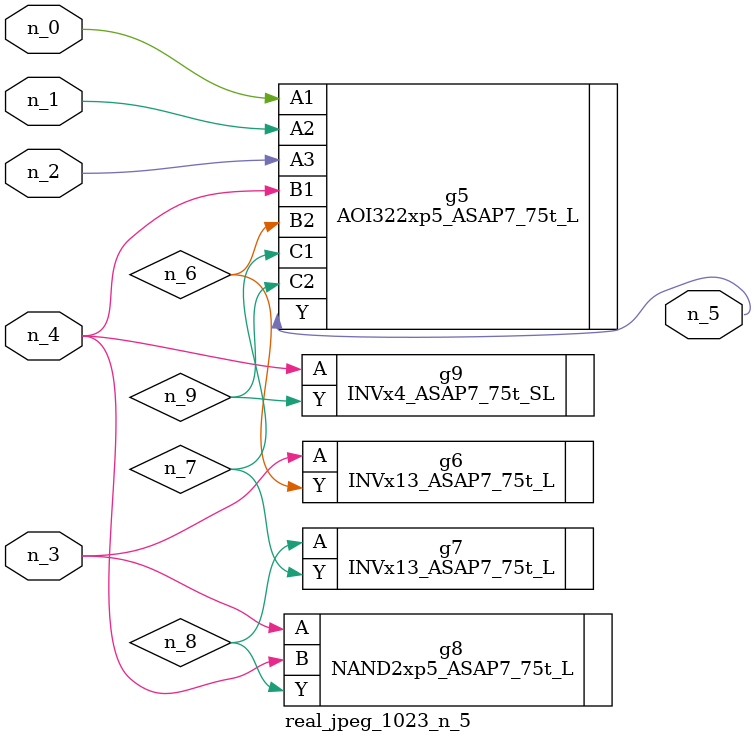
<source format=v>
module real_jpeg_1023_n_5 (n_4, n_0, n_1, n_2, n_3, n_5);

input n_4;
input n_0;
input n_1;
input n_2;
input n_3;

output n_5;

wire n_8;
wire n_6;
wire n_7;
wire n_9;

AOI322xp5_ASAP7_75t_L g5 ( 
.A1(n_0),
.A2(n_1),
.A3(n_2),
.B1(n_4),
.B2(n_6),
.C1(n_7),
.C2(n_9),
.Y(n_5)
);

INVx13_ASAP7_75t_L g6 ( 
.A(n_3),
.Y(n_6)
);

NAND2xp5_ASAP7_75t_L g8 ( 
.A(n_3),
.B(n_4),
.Y(n_8)
);

INVx4_ASAP7_75t_SL g9 ( 
.A(n_4),
.Y(n_9)
);

INVx13_ASAP7_75t_L g7 ( 
.A(n_8),
.Y(n_7)
);


endmodule
</source>
